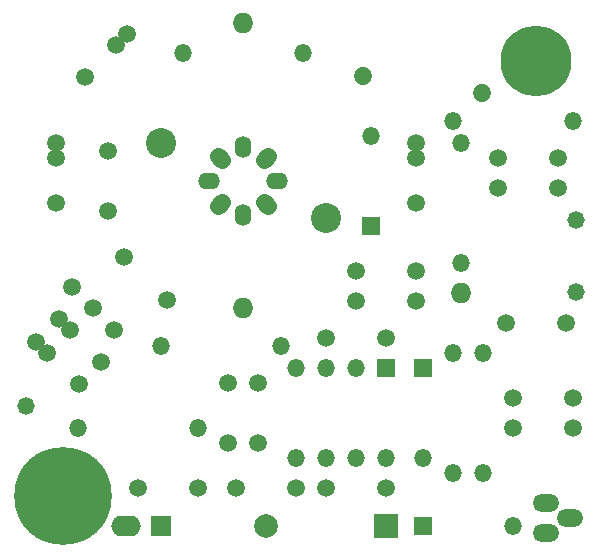
<source format=gbs>
G04 (created by PCBNEW (2013-07-07 BZR 4022)-stable) date Tue 30 Aug 2022 12:13:58 AM CDT*
%MOIN*%
G04 Gerber Fmt 3.4, Leading zero omitted, Abs format*
%FSLAX34Y34*%
G01*
G70*
G90*
G04 APERTURE LIST*
%ADD10C,0.00590551*%
%ADD11O,0.0885X0.059*%
%ADD12O,0.059X0.059*%
%ADD13R,0.059X0.059*%
%ADD14R,0.069X0.069*%
%ADD15O,0.099X0.069*%
%ADD16C,0.23622*%
%ADD17C,0.059*%
%ADD18O,0.069X0.069*%
%ADD19R,0.079X0.079*%
%ADD20C,0.079*%
%ADD21C,0.325*%
%ADD22C,0.059*%
%ADD23O,0.058X0.058*%
%ADD24C,0.056*%
%ADD25O,0.072X0.056*%
%ADD26O,0.056X0.072*%
%ADD27C,0.1*%
G04 APERTURE END LIST*
G54D10*
G54D11*
X95852Y-43250D03*
X96647Y-43750D03*
X95852Y-44250D03*
G54D12*
X92750Y-38250D03*
X92750Y-42250D03*
X93750Y-42250D03*
X93750Y-38250D03*
X83000Y-38000D03*
X87000Y-38000D03*
X83750Y-28250D03*
X87750Y-28250D03*
X84250Y-40750D03*
X80250Y-40750D03*
G54D13*
X90500Y-38750D03*
G54D12*
X89500Y-38750D03*
X88500Y-38750D03*
X87500Y-38750D03*
X87500Y-41750D03*
X88500Y-41750D03*
X90500Y-41750D03*
X89500Y-41750D03*
G54D14*
X83000Y-44000D03*
G54D15*
X81850Y-44000D03*
G54D16*
X95500Y-28500D03*
G54D17*
X94750Y-40750D03*
X96750Y-40750D03*
X91500Y-36500D03*
X89500Y-36500D03*
X85250Y-41250D03*
X85250Y-39250D03*
X86250Y-41250D03*
X86250Y-39250D03*
X88500Y-42750D03*
X90500Y-42750D03*
X81792Y-35042D03*
X83207Y-36457D03*
X81250Y-31500D03*
X81250Y-33500D03*
X96750Y-39750D03*
X94750Y-39750D03*
X90500Y-37750D03*
X88500Y-37750D03*
X87500Y-42750D03*
X85500Y-42750D03*
G54D18*
X85750Y-36750D03*
G54D19*
X90500Y-44000D03*
G54D20*
X86500Y-44000D03*
G54D13*
X91750Y-38750D03*
G54D12*
X91750Y-41750D03*
G54D13*
X90000Y-34000D03*
G54D12*
X90000Y-31000D03*
G54D13*
X91750Y-44000D03*
G54D12*
X94750Y-44000D03*
G54D17*
X81883Y-27616D03*
X80469Y-29030D03*
X81530Y-27969D03*
X79500Y-31250D03*
X79500Y-33250D03*
X79500Y-31750D03*
X91500Y-31250D03*
X91500Y-33250D03*
X91500Y-31750D03*
G54D21*
X79750Y-43000D03*
G54D18*
X85750Y-27250D03*
G54D22*
X89750Y-29000D02*
X89750Y-29000D01*
X93711Y-29556D02*
X93711Y-29556D01*
G54D12*
X96750Y-30500D03*
X92750Y-30500D03*
X93000Y-31250D03*
X93000Y-35250D03*
G54D17*
X94250Y-31750D03*
X96250Y-31750D03*
X96250Y-32750D03*
X94250Y-32750D03*
X96500Y-37250D03*
X94500Y-37250D03*
G54D18*
X93000Y-36250D03*
G54D17*
X79616Y-37116D03*
X81030Y-38530D03*
X79969Y-37469D03*
X78866Y-37866D03*
X80280Y-39280D03*
X79219Y-38219D03*
X80042Y-36042D03*
X81457Y-37457D03*
X80750Y-36750D03*
G54D23*
X96850Y-33800D03*
X96850Y-36200D03*
X78500Y-40000D03*
G54D24*
X85042Y-31792D02*
X84929Y-31679D01*
X86570Y-31679D02*
X86457Y-31792D01*
G54D25*
X86890Y-32500D03*
G54D26*
X85750Y-31359D03*
G54D24*
X86570Y-33320D02*
X86457Y-33207D01*
G54D26*
X85750Y-33640D03*
G54D24*
X85042Y-33207D02*
X84929Y-33320D01*
G54D25*
X84609Y-32500D03*
G54D17*
X84250Y-42750D03*
X82250Y-42750D03*
X91500Y-35500D03*
X89500Y-35500D03*
G54D27*
X83000Y-31250D03*
X88500Y-33750D03*
M02*

</source>
